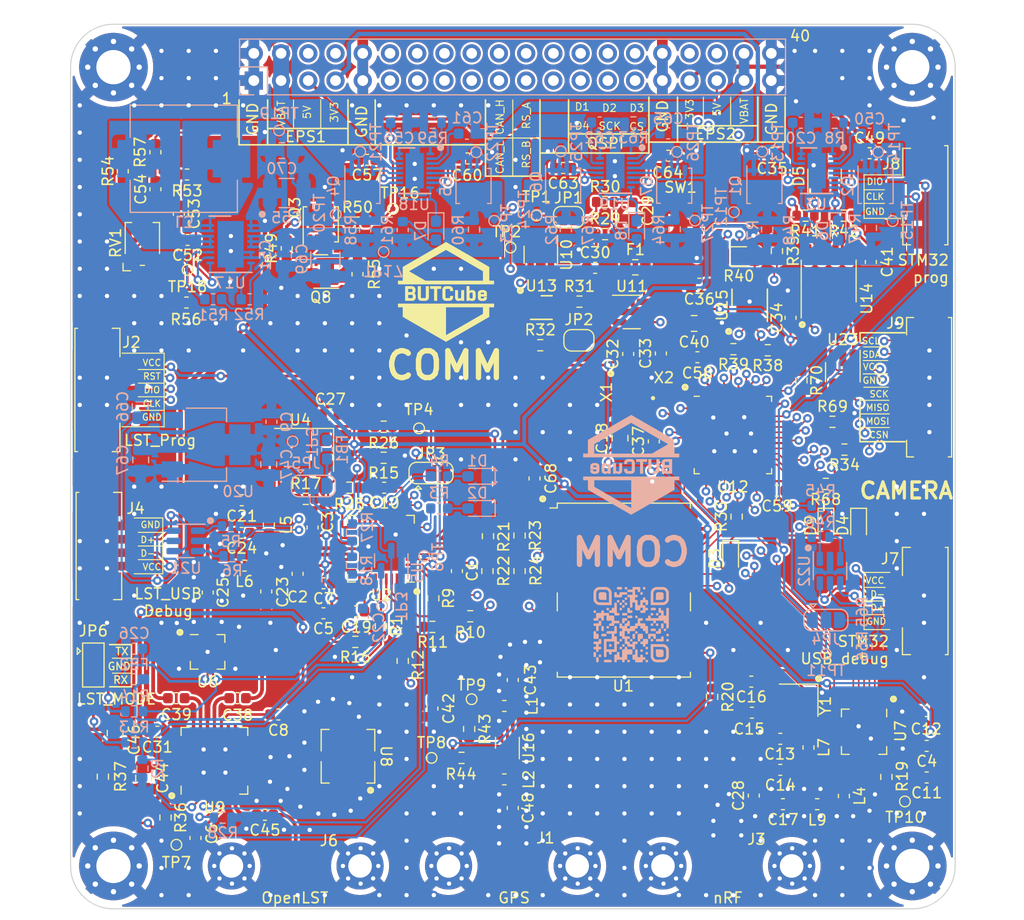
<source format=kicad_pcb>
(kicad_pcb (version 20211014) (generator pcbnew)

  (general
    (thickness 0.986)
  )

  (paper "A4")
  (layers
    (0 "F.Cu" power)
    (1 "In1.Cu" mixed)
    (2 "In2.Cu" mixed)
    (31 "B.Cu" power)
    (32 "B.Adhes" user "B.Adhesive")
    (33 "F.Adhes" user "F.Adhesive")
    (34 "B.Paste" user)
    (35 "F.Paste" user)
    (36 "B.SilkS" user "B.Silkscreen")
    (37 "F.SilkS" user "F.Silkscreen")
    (38 "B.Mask" user)
    (39 "F.Mask" user)
    (40 "Dwgs.User" user "User.Drawings")
    (41 "Cmts.User" user "User.Comments")
    (42 "Eco1.User" user "User.Eco1")
    (43 "Eco2.User" user "User.Eco2")
    (44 "Edge.Cuts" user)
    (45 "Margin" user)
    (46 "B.CrtYd" user "B.Courtyard")
    (47 "F.CrtYd" user "F.Courtyard")
    (48 "B.Fab" user)
    (49 "F.Fab" user)
    (50 "User.1" user)
    (51 "User.2" user)
    (52 "User.3" user)
    (53 "User.4" user)
    (54 "User.5" user)
    (55 "User.6" user)
    (56 "User.7" user)
    (57 "User.8" user)
    (58 "User.9" user)
  )

  (setup
    (stackup
      (layer "F.SilkS" (type "Top Silk Screen"))
      (layer "F.Paste" (type "Top Solder Paste"))
      (layer "F.Mask" (type "Top Solder Mask") (thickness 0.01))
      (layer "F.Cu" (type "copper") (thickness 0.018))
      (layer "dielectric 1" (type "core") (thickness 0.175) (material "FR4") (epsilon_r 4.5) (loss_tangent 0.02))
      (layer "In1.Cu" (type "copper") (thickness 0.035))
      (layer "dielectric 2" (type "prepreg") (thickness 0.51) (material "FR4") (epsilon_r 4.5) (loss_tangent 0.02))
      (layer "In2.Cu" (type "copper") (thickness 0.035))
      (layer "dielectric 3" (type "core") (thickness 0.175) (material "FR4") (epsilon_r 4.5) (loss_tangent 0.02))
      (layer "B.Cu" (type "copper") (thickness 0.018))
      (layer "B.Mask" (type "Bottom Solder Mask") (thickness 0.01))
      (layer "B.Paste" (type "Bottom Solder Paste"))
      (layer "B.SilkS" (type "Bottom Silk Screen"))
      (copper_finish "None")
      (dielectric_constraints no)
    )
    (pad_to_mask_clearance 0)
    (pcbplotparams
      (layerselection 0x00010fc_ffffffff)
      (disableapertmacros false)
      (usegerberextensions false)
      (usegerberattributes true)
      (usegerberadvancedattributes true)
      (creategerberjobfile true)
      (svguseinch false)
      (svgprecision 6)
      (excludeedgelayer true)
      (plotframeref false)
      (viasonmask false)
      (mode 1)
      (useauxorigin false)
      (hpglpennumber 1)
      (hpglpenspeed 20)
      (hpglpendiameter 15.000000)
      (dxfpolygonmode true)
      (dxfimperialunits true)
      (dxfusepcbnewfont true)
      (psnegative false)
      (psa4output false)
      (plotreference true)
      (plotvalue true)
      (plotinvisibletext false)
      (sketchpadsonfab false)
      (subtractmaskfromsilk false)
      (outputformat 1)
      (mirror false)
      (drillshape 1)
      (scaleselection 1)
      (outputdirectory "")
    )
  )

  (net 0 "")
  (net 1 "Net-(C1-Pad1)")
  (net 2 "GND")
  (net 3 "+3V3")
  (net 4 "/OpenLST (Beacon)/PA_VAPC")
  (net 5 "+3V8")
  (net 6 "/OpenLST (Beacon)/VDD_USB_LST")
  (net 7 "Net-(C12-Pad1)")
  (net 8 "Net-(C13-Pad2)")
  (net 9 "Net-(C15-Pad1)")
  (net 10 "Net-(C16-Pad1)")
  (net 11 "Net-(C17-Pad1)")
  (net 12 "Net-(C17-Pad2)")
  (net 13 "/MCU/MCU_POWER")
  (net 14 "Net-(C19-Pad1)")
  (net 15 "/3V3 power share/VCC_EN")
  (net 16 "Net-(C21-Pad2)")
  (net 17 "Net-(C22-Pad1)")
  (net 18 "Net-(C23-Pad2)")
  (net 19 "Net-(C24-Pad1)")
  (net 20 "Net-(C24-Pad2)")
  (net 21 "Net-(C25-Pad2)")
  (net 22 "Net-(C26-Pad1)")
  (net 23 "Net-(C29-Pad1)")
  (net 24 "/3V3 power share/EPS#1")
  (net 25 "Net-(C35-Pad2)")
  (net 26 "Net-(C38-Pad1)")
  (net 27 "Net-(C38-Pad2)")
  (net 28 "Net-(C39-Pad1)")
  (net 29 "Net-(C39-Pad2)")
  (net 30 "/MCU/VREF")
  (net 31 "Net-(C42-Pad1)")
  (net 32 "Net-(C43-Pad1)")
  (net 33 "Net-(C43-Pad2)")
  (net 34 "Net-(C45-Pad1)")
  (net 35 "Net-(C45-Pad2)")
  (net 36 "Net-(C48-Pad1)")
  (net 37 "Net-(C48-Pad2)")
  (net 38 "Net-(C49-Pad1)")
  (net 39 "/3V3 power share/EPS#2")
  (net 40 "Net-(C50-Pad1)")
  (net 41 "VIN")
  (net 42 "Net-(C52-Pad1)")
  (net 43 "Net-(C52-Pad2)")
  (net 44 "Net-(C53-Pad1)")
  (net 45 "Net-(C54-Pad1)")
  (net 46 "/Power Convertor/VBAT1/VCC_EN")
  (net 47 "/Power Convertor/EPS#1_VBAT")
  (net 48 "Net-(C57-Pad2)")
  (net 49 "Net-(C60-Pad1)")
  (net 50 "/Power Convertor/EPS#2_VBAT")
  (net 51 "Net-(C61-Pad1)")
  (net 52 "/5V power share/VCC_EN")
  (net 53 "/5V power share/EPS#1")
  (net 54 "Net-(C63-Pad2)")
  (net 55 "Net-(C64-Pad1)")
  (net 56 "/5V power share/EPS#2")
  (net 57 "Net-(C65-Pad1)")
  (net 58 "/OpenLST (Beacon)/USB_POWER_LST")
  (net 59 "Net-(D1-Pad2)")
  (net 60 "Net-(D2-Pad2)")
  (net 61 "Net-(D3-Pad1)")
  (net 62 "Net-(D4-Pad1)")
  (net 63 "/MCU/CAN_L")
  (net 64 "/MCU/CAN_H")
  (net 65 "Net-(D6-Pad1)")
  (net 66 "Net-(D6-Pad2)")
  (net 67 "Net-(D7-Pad1)")
  (net 68 "Net-(D7-Pad2)")
  (net 69 "Net-(D8-Pad1)")
  (net 70 "Net-(D8-Pad2)")
  (net 71 "Net-(D9-Pad1)")
  (net 72 "Net-(F1-Pad2)")
  (net 73 "Net-(FB1-Pad1)")
  (net 74 "/OpenLST (Beacon)/PROG_DD")
  (net 75 "/OpenLST (Beacon)/PROG_DC")
  (net 76 "/OpenLST (Beacon)/~{LST_RESET}")
  (net 77 "/MCU/USB_POWER")
  (net 78 "/MCU/SWCLK")
  (net 79 "/MCU/SWDIO")
  (net 80 "/MCU/QSPI_D1{slash}CAM_CSN")
  (net 81 "/MCU/QSPI_D2{slash}CAM_MOSI")
  (net 82 "/MCU/QSPI_D3{slash}CAM_MISO")
  (net 83 "/MCU/CAM_SCK")
  (net 84 "+5V")
  (net 85 "/I2C_SDA")
  (net 86 "/I2C_SCL")
  (net 87 "unconnected-(J12-Pad6)")
  (net 88 "unconnected-(J12-Pad8)")
  (net 89 "unconnected-(J12-Pad11)")
  (net 90 "unconnected-(J12-Pad12)")
  (net 91 "unconnected-(J12-Pad13)")
  (net 92 "unconnected-(J12-Pad14)")
  (net 93 "unconnected-(J12-Pad15)")
  (net 94 "unconnected-(J12-Pad16)")
  (net 95 "unconnected-(J12-Pad17)")
  (net 96 "unconnected-(J12-Pad18)")
  (net 97 "/MCU/RS_485_~{B}")
  (net 98 "/MCU/RS_485_A")
  (net 99 "unconnected-(J12-Pad23)")
  (net 100 "unconnected-(J12-Pad24)")
  (net 101 "/MCU/QSPI_D0")
  (net 102 "/MCU/QSPI_SCK")
  (net 103 "/MCU/QSPI_NCS")
  (net 104 "unconnected-(J12-Pad34)")
  (net 105 "unconnected-(J12-Pad36)")
  (net 106 "Net-(JP1-Pad1)")
  (net 107 "/MCU/NRST")
  (net 108 "Net-(JP2-Pad1)")
  (net 109 "Net-(JP2-Pad2)")
  (net 110 "/OpenLST (Beacon)/RF_EN")
  (net 111 "/OpenLST (Beacon)/RF_EN_MCU")
  (net 112 "/OpenLST (Beacon)/RF_PWR_EN")
  (net 113 "Net-(JP4-Pad3)")
  (net 114 "/MCU/VDD_USB")
  (net 115 "Net-(L3-Pad1)")
  (net 116 "Net-(L3-Pad2)")
  (net 117 "Net-(L4-Pad1)")
  (net 118 "Net-(L4-Pad2)")
  (net 119 "Net-(Q1-Pad5)")
  (net 120 "Net-(Q1-Pad4)")
  (net 121 "Net-(Q2-Pad4)")
  (net 122 "Net-(Q2-Pad5)")
  (net 123 "Net-(Q3-Pad4)")
  (net 124 "Net-(Q3-Pad5)")
  (net 125 "Net-(Q4-Pad5)")
  (net 126 "Net-(Q4-Pad4)")
  (net 127 "Net-(Q5-Pad4)")
  (net 128 "Net-(Q5-Pad5)")
  (net 129 "Net-(Q6-Pad5)")
  (net 130 "Net-(Q6-Pad4)")
  (net 131 "Net-(Q7-Pad4)")
  (net 132 "Net-(Q7-Pad5)")
  (net 133 "/OpenLST (Beacon)/~{LST_RX_MODE}")
  (net 134 "/OpenLST (Beacon)/LST_TX_MODE")
  (net 135 "Net-(R3-Pad2)")
  (net 136 "Net-(R4-Pad2)")
  (net 137 "Net-(R5-Pad1)")
  (net 138 "/OpenLST (Beacon)/USB_N")
  (net 139 "/OpenLST (Beacon)/USB_P")
  (net 140 "Net-(R6-Pad2)")
  (net 141 "Net-(R8-Pad2)")
  (net 142 "Net-(R9-Pad1)")
  (net 143 "/OpenLST (Beacon)/UART0_CTS")
  (net 144 "Net-(R10-Pad1)")
  (net 145 "/OpenLST (Beacon)/UART0_RTS")
  (net 146 "Net-(R11-Pad1)")
  (net 147 "/OpenLST (Beacon)/UART0_RX")
  (net 148 "Net-(R12-Pad1)")
  (net 149 "/OpenLST (Beacon)/UART0_TX")
  (net 150 "Net-(R15-Pad2)")
  (net 151 "Net-(R16-Pad2)")
  (net 152 "Net-(R17-Pad1)")
  (net 153 "Net-(R17-Pad2)")
  (net 154 "Net-(R19-Pad2)")
  (net 155 "/OpenLST (Beacon)/AN0")
  (net 156 "/OpenLST (Beacon)/AN1")
  (net 157 "Net-(R25-Pad2)")
  (net 158 "/OpenLST (Beacon)/RF_BYP")
  (net 159 "Net-(R32-Pad1)")
  (net 160 "/MCU/LED2")
  (net 161 "/MCU/CAN_RS")
  (net 162 "/MCU/RS_485_R_EN")
  (net 163 "/MCU/RS_485_T_EN")
  (net 164 "Net-(R43-Pad2)")
  (net 165 "Net-(R44-Pad1)")
  (net 166 "Net-(R44-Pad2)")
  (net 167 "Net-(R45-Pad1)")
  (net 168 "/MCU/USB_N")
  (net 169 "/MCU/USB_P")
  (net 170 "Net-(R46-Pad2)")
  (net 171 "Net-(R51-Pad2)")
  (net 172 "Net-(R52-Pad1)")
  (net 173 "Net-(R54-Pad2)")
  (net 174 "Net-(R59-Pad2)")
  (net 175 "Net-(R63-Pad2)")
  (net 176 "unconnected-(U1-Pad1)")
  (net 177 "unconnected-(U1-Pad3)")
  (net 178 "/GPS Module/IRQ")
  (net 179 "unconnected-(U1-Pad5)")
  (net 180 "unconnected-(U1-Pad6)")
  (net 181 "/GPS Module/RESET")
  (net 182 "unconnected-(U1-Pad15)")
  (net 183 "unconnected-(U1-Pad16)")
  (net 184 "unconnected-(U1-Pad17)")
  (net 185 "/GPS Module/TXD")
  (net 186 "/GPS Module/RXD")
  (net 187 "unconnected-(U2-Pad8)")
  (net 188 "unconnected-(U2-Pad18)")
  (net 189 "unconnected-(U2-Pad20)")
  (net 190 "/MCU/NRF_CE")
  (net 191 "/MCU/NRF_SPI_CSN")
  (net 192 "/MCU/NRF_SPI_SCK")
  (net 193 "/MCU/NRF_SPI_MOSI")
  (net 194 "/MCU/NRF_SPI_MISO")
  (net 195 "/MCU/NRF_IRQ")
  (net 196 "Net-(U8-Pad2)")
  (net 197 "Net-(U8-Pad6)")
  (net 198 "unconnected-(U9-Pad14)")
  (net 199 "unconnected-(U9-Pad16)")
  (net 200 "unconnected-(U9-Pad25)")
  (net 201 "unconnected-(U10-Pad3)")
  (net 202 "/MCU/WDG_RESET")
  (net 203 "unconnected-(U11-Pad3)")
  (net 204 "unconnected-(U12-Pad1)")
  (net 205 "/MCU/LSE")
  (net 206 "/MCU/HSE")
  (net 207 "/MCU/CAN_RX")
  (net 208 "/MCU/CAN_TX")
  (net 209 "unconnected-(U13-Pad3)")
  (net 210 "/MCU/RS_485_R")
  (net 211 "/MCU/RS_485_T")
  (net 212 "unconnected-(U15-Pad7)")
  (net 213 "Net-(JP6-Pad3)")
  (net 214 "/camera/CAM_VCC")
  (net 215 "Net-(R70-Pad1)")
  (net 216 "Net-(J4-Pad2)")
  (net 217 "Net-(J4-Pad3)")
  (net 218 "Net-(J7-Pad2)")
  (net 219 "Net-(J7-Pad3)")
  (net 220 "Net-(JP6-Pad1)")
  (net 221 "unconnected-(X1-Pad1)")

  (footprint "Capacitor_SMD:C_0805_2012Metric_Pad1.18x1.45mm_HandSolder" (layer "F.Cu") (at 143.1544 71.9044))

  (footprint "TCY_Buttons:KMT031NGJLHS" (layer "F.Cu") (at 141.8844 61.5881))

  (footprint "Resistor_SMD:R_0603_1608Metric" (layer "F.Cu") (at 93.853 117.983 90))

  (footprint "Resistor_SMD:R_0603_1608Metric" (layer "F.Cu") (at 157.099 61.849 180))

  (footprint "Package_DFN_QFN:QFN-20-1EP_4x4mm_P0.5mm_EP2.5x2.5mm" (layer "F.Cu") (at 159.004 109.982 -90))

  (footprint "MountingHole:MountingHole_3.2mm_M3_Pad_Via" (layer "F.Cu") (at 163.5 122.5))

  (footprint "Resistor_SMD:R_0603_1608Metric" (layer "F.Cu") (at 123.9266 91.7448 90))

  (footprint "Capacitor_SMD:C_0603_1608Metric" (layer "F.Cu") (at 94.8583 106.8505))

  (footprint "Resistor_SMD:R_1206_3216Metric" (layer "F.Cu") (at 147.32 65.659 180))

  (footprint "Inductor_SMD:L_0603_1608Metric" (layer "F.Cu") (at 103.492 90.678 -90))

  (footprint "Resistor_SMD:R_0603_1608Metric" (layer "F.Cu") (at 121.4628 112.4204))

  (footprint "MountingHole:MountingHole_3.2mm_M3_Pad_Via" (layer "F.Cu") (at 89 48))

  (footprint "Capacitor_SMD:C_0603_1608Metric" (layer "F.Cu") (at 100.965 88.392))

  (footprint "TCY_Connector:Amphenol 10114830-10104LF 1x04 Horizontal" (layer "F.Cu") (at 88.265 92.6592 -90))

  (footprint "Capacitor_SMD:C_0603_1608Metric" (layer "F.Cu") (at 128.27 86.36 90))

  (footprint "Capacitor_SMD:C_0603_1608Metric" (layer "F.Cu") (at 152.146 71.374 90))

  (footprint "Resistor_SMD:R_0603_1608Metric" (layer "F.Cu") (at 153.162 77.216 -90))

  (footprint "Capacitor_SMD:C_0603_1608Metric" (layer "F.Cu") (at 114.2492 87.2236 180))

  (footprint "Inductor_SMD:L_0603_1608Metric" (layer "F.Cu") (at 125.45 114.427 180))

  (footprint "RF_GPS:ublox_NEO" (layer "F.Cu") (at 136.6012 96.774))

  (footprint "Package_TO_SOT_SMD:SOT-23-6_Handsoldering" (layer "F.Cu") (at 157.0228 76.454 -90))

  (footprint "Capacitor_SMD:C_0603_1608Metric" (layer "F.Cu") (at 108.585 96.139 180))

  (footprint "Inductor_SMD:L_0603_1608Metric" (layer "F.Cu") (at 105.156 64.897 90))

  (footprint "Resistor_SMD:R_0603_1608Metric" (layer "F.Cu") (at 161.0868 114.1984 90))

  (footprint "Jumper:SolderJumper-2_P1.3mm_Open_RoundedPad1.0x1.5mm" (layer "F.Cu") (at 132.4108 73.4753 180))

  (footprint "Capacitor_SMD:C_0603_1608Metric" (layer "F.Cu") (at 118.745 107.823 -90))

  (footprint "Jumper:SolderJumper-2_P1.3mm_Open_RoundedPad1.0x1.5mm" (layer "F.Cu") (at 131.4456 61.9945))

  (footprint "Inductor_SMD:L_0603_1608Metric" (layer "F.Cu") (at 95.8596 58.0136))

  (footprint "Capacitor_SMD:C_0603_1608Metric" (layer "F.Cu") (at 133.9218 66.7189))

  (footprint "Capacitor_SMD:C_0603_1608Metric" (layer "F.Cu") (at 126.24 105.156 -90))

  (footprint "Capacitor_SMD:C_0603_1608Metric" (layer "F.Cu") (at 151.1938 113.538))

  (footprint "MountingHole:MountingHole_3.2mm_M3_Pad_Via" (layer "F.Cu") (at 163.5 48))

  (footprint "Resistor_SMD:R_0603_1608Metric" (layer "F.Cu") (at 111.5568 101.6 180))

  (footprint "Resistor_SMD:R_0603_1608Metric" (layer "F.Cu") (at 118.8212 97.536 -90))

  (footprint "Resistor_SMD:R_0603_1608Metric" (layer "F.Cu") (at 134.8492 60.5721))

  (footprint "Resistor_SMD:R_0603_1608Metric" (layer "F.Cu") (at 157.1752 83.6676 180))

  (footprint "Capacitor_SMD:C_0603_1608Metric" (layer "F.Cu") (at 122.0216 56.515))

  (footprint "TCY_Connector:TestPoint_Pad_D0.5mm" (layer "F.Cu") (at 122.4026 106.947))

  (footprint "Resistor_SMD:R_0603_1608Metric" (layer "F.Cu") (at 126.873 94.996 90))

  (footprint "Resistor_SMD:R_0603_1608Metric" (layer "F.Cu") (at 115.9764 103.378 -90))

  (footprint "Capacitor_SMD:C_0603_1608Metric" (layer "F.Cu") (at 139.3952 82.9056 90))

  (footprint "Resistor_SMD:R_0603_1608Metric" (layer "F.Cu") (at 110.998 87.2236))

  (footprint "Resistor_SMD:R_0603_1608Metric" (layer "F.Cu") (at 113.9444 100.1268 90))

  (footprint "footprints:iPEX" (layer "F.Cu") (at 146.25 122.5 180))

  (footprint "Capacitor_SMD:C_0603_1608Metric" (layer "F.Cu") (at 148.717 115.938 90))

  (footprint "Capacitor_SMD:C_0603_1608Metric" (layer "F.Cu") (at 164.846 114.2492 180))

  (footprint "Capacitor_SMD:C_0603_1608Metric" (layer "F.Cu") (at 112.649 56.642))

  (footprint "Inductor_SMD:L_0603_1608Metric" (layer "F.Cu") (at 153.8224 111.4552 -90))

  (footprint "Capacitor_SMD:C_0603_1608Metric" (layer "F.Cu") (at 137.414 61.3849 -90))

  (footprint "Capacitor_SMD:C_0603_1608Metric" (layer "F.Cu") (at 159.517223 56.0263))

  (footprint "Resistor_SMD:R_0603_1608Metric" (layer "F.Cu") (at 144.8308 106.7308 90))

  (footprint "Resistor_SMD:R_0603_1608Metric" (layer "F.Cu") (at 123.8758 94.996 90))

  (footprint "footprints:iPEX" (layer "F.Cu") (at 106 122.5 180))

  (footprint "Capacitor_SMD:C_0603_1608Metric" (layer "F.Cu") (at 100.952 91.44 180))

  (footprint "TCY_Connector:TestPoint_Pad_D0.5mm" (layer "F.Cu") (at 117.5004 81.6864))

  (footprint "Package_DFN_QFN:DFN-10-1EP_3x3mm_P0.5mm_EP1.55x2.48mm" (layer "F.Cu")
    (tedit 5EA4BECA) (tstamp 64263d5c-9427-4c92-a73a-afe8e63e20fb)
    (at 148.336 70.2056 90)
    (descr "10-Lead Plastic Dual Flat, No Lead Package (MF) - 3x3x0.9 mm Body [DFN] (see Microchip Packaging Specification 00000049BS.pdf)")
    (tags "DFN 0.5")
    (property "Sheetfile" "mcu_comm.kicad_sch")
    (property "Sheetname" "MCU")
    (path "/81a5172c-b171-400d-8856-41d6e486bdd1/a66e8b44-b972-4f7b-ba80-f64e58de1944")
    (attr smd)
    (fp_text reference "U15" (at 0 -2.575 90) (layer "F.SilkS")
      (effects (font (size 1 1) (thickness 0.15)))
      (tstamp af58d6aa-33e4-4da2-8ea3-2304125e31c0)
    )
    (fp_text value "MAX13430ETB+" (at 0 2.575 90) (layer "F.Fab")
      (effects (font (size 1 1) (thickness 0.15)))
      (tstamp 94937ca0-c1d9-424d-88cf-010fb503f8a5)
    )
    (fp_text user "${REFERENCE}" (at 0 0 90) (layer "F.Fab")
      (effects (font (size 0.7 0.7) (thickness 0.105)))
      (tstamp 67a55320-79e2-4952-9d6a-671cbdcfc9f7)
    )
    (fp_line (start -1.5 1.65) (end 1.5 1.65) (layer "F.SilkS") (width 0.15) (tstamp 47b3834c-8a87-4af3-9143-c88b9cd89304))
    (fp_line (start 0 -1.65) (end 1.5 -1.65) (layer "F.SilkS") (width 0.15) (tstamp adc74667-5dec-4b95-9d35-ffc7db9ad260))
    (fp_line (start -2.15 -1.85) (end -2.15 1.85) (layer "F.CrtYd") (width 0.05) (tstamp 20c401b1-c1bb-42cd-8ef2-fd89663a6cf3))
    (fp_line (start -2.15 1.85) (end 2.15 1.85) (layer "F.CrtYd") (width 0.05) (tstamp a7098063-91db-4dae-8c97-631051e8de0e))
    (fp_line (start 2.15 -1.85) (end 2.15 1.85) (layer "F.CrtYd") (width 0.05) (tstamp d1594cc0-0357-4de5-8d76-bb3a044297b2))
    (fp_line (start -2.15 -1.85) (end 2.15 -1.85) (layer "F.CrtYd") (width 0.05) (tstamp d500cfb3-be5f-4c90-8432-d0e5e29eda2a))
    (fp_line (start -1.5 -0.5) (end -0.5 -1.5) (layer "F.Fab") (width 0.15) (tstamp 4013842c-f594-4f18-a07a-785be971cdaf))
    (fp_line (start -1.5 1.5) (end -1.5 -0.5) (layer "F.Fab") (width 0.15) (tstamp 68cc97a1-6c76-411f-a28b-36162918d55d))
    (fp_line (start 1.5 1.5) (end -1.5 1.5) (layer "F.Fab") (width 0.15) (tstamp 6a2b63d3-b52c-4af8-b72e-63fe811d3d24))
    (fp_line (start 1.5 -1.5) (end 1.5 1.5) (layer "F.Fab") (width 0.15) (tstamp b6b0b082-3ad5-486d-9247-7e4db31838ef))
    (fp_line (start -0.5 -1.5) (end 1.5 -1.5) (layer "F.Fab") (width 0.15) (tstamp c40a33aa-f777-4109-9efd-12123c039897))
    (pad "" smd rect locked (at 0.3875 0.62 90) (size 0.6 1.05) (layers "F.Paste") (tstamp 13432df8-5be2-422d-b431-13bedccbff4d))
    (pad "" smd rect locked (at -0.3875 -0.62 90) (size 0.6 1.05) (layers "F.Paste") (tstamp 4be9d67c-a6f3-435e-8133-0f53bd74a878))
    (pad "" smd rect locked (at -0.3875 0.62 90) (size 0.6 1.05) (layers "F.Paste") (tstamp 5d69c
... [4140515 chars truncated]
</source>
